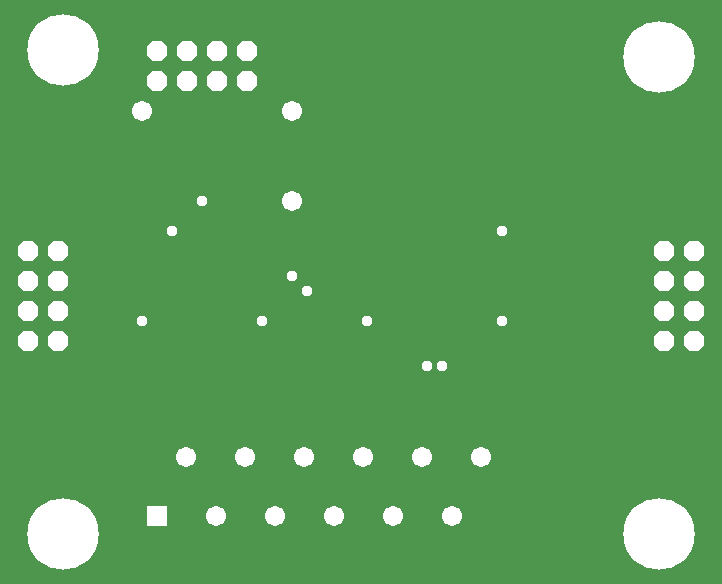
<source format=gbr>
G04 EAGLE Gerber RS-274X export*
G75*
%MOMM*%
%FSLAX34Y34*%
%LPD*%
%INSoldermask Bottom*%
%IPNEG*%
%AMOC8*
5,1,8,0,0,1.08239X$1,22.5*%
G01*
%ADD10C,6.045200*%
%ADD11R,1.711200X1.711200*%
%ADD12C,1.711200*%
%ADD13P,1.869504X8X112.500000*%
%ADD14P,1.869504X8X22.500000*%
%ADD15C,0.959600*%
%ADD16C,1.703200*%


D10*
X48000Y458470D03*
X552000Y452000D03*
X48000Y48000D03*
X552000Y48000D03*
D11*
X127000Y63500D03*
D12*
X152000Y113500D03*
X177000Y63500D03*
X202000Y113500D03*
X227000Y63500D03*
X252000Y113500D03*
X277000Y63500D03*
X302000Y113500D03*
X327000Y63500D03*
X352000Y113500D03*
X377000Y63500D03*
X402000Y113500D03*
D13*
X43700Y211900D03*
X43700Y237300D03*
X43700Y262700D03*
X43700Y288100D03*
X18300Y211900D03*
X18300Y237300D03*
X18300Y262700D03*
X18300Y288100D03*
X556300Y211900D03*
X556300Y237300D03*
X556300Y262700D03*
X556300Y288100D03*
X581700Y211900D03*
X581700Y237300D03*
X581700Y262700D03*
X581700Y288100D03*
D14*
X127000Y431800D03*
X152400Y431800D03*
X177800Y431800D03*
X203200Y431800D03*
X127000Y457200D03*
X152400Y457200D03*
X177800Y457200D03*
X203200Y457200D03*
D15*
X419100Y228600D03*
X304800Y228600D03*
X215900Y228600D03*
X114300Y228600D03*
X139700Y304800D03*
X165100Y330200D03*
X419100Y304800D03*
D16*
X114300Y406400D03*
X241300Y406400D03*
X241300Y330200D03*
D15*
X368300Y190500D03*
X355600Y190500D03*
X254000Y254000D03*
X241300Y266700D03*
M02*

</source>
